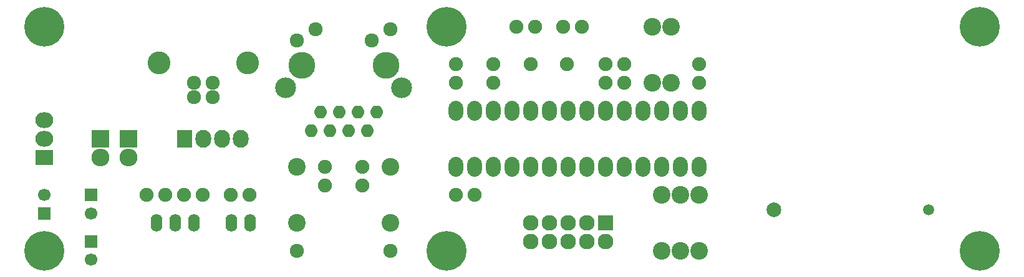
<source format=gbs>
G04 #@! TF.FileFunction,Soldermask,Bot*
%FSLAX46Y46*%
G04 Gerber Fmt 4.6, Leading zero omitted, Abs format (unit mm)*
G04 Created by KiCad (PCBNEW 4.0.1-stable) date 2016 February 17, Wednesday 21:26:15*
%MOMM*%
G01*
G04 APERTURE LIST*
%ADD10C,0.100000*%
%ADD11R,2.127200X2.127200*%
%ADD12O,2.127200X2.127200*%
%ADD13C,5.400000*%
%ADD14C,2.398980*%
%ADD15C,1.924000*%
%ADD16C,3.100020*%
%ADD17O,2.000000X2.700000*%
%ADD18C,1.499820*%
%ADD19C,1.997660*%
%ADD20R,2.127200X2.432000*%
%ADD21O,2.127200X2.432000*%
%ADD22C,1.901140*%
%ADD23O,1.600000X2.400000*%
%ADD24R,1.700000X1.700000*%
%ADD25C,1.700000*%
%ADD26R,2.432000X2.432000*%
%ADD27O,2.432000X2.432000*%
%ADD28R,2.432000X2.127200*%
%ADD29O,2.432000X2.127200*%
%ADD30C,3.651200*%
%ADD31O,1.771600X1.771600*%
%ADD32O,2.838400X2.838400*%
%ADD33O,1.924000X1.924000*%
G04 APERTURE END LIST*
D10*
D11*
X156210000Y-106680000D03*
D12*
X156210000Y-109220000D03*
X153670000Y-106680000D03*
X153670000Y-109220000D03*
X151130000Y-106680000D03*
X151130000Y-109220000D03*
X148590000Y-106680000D03*
X148590000Y-109220000D03*
X146050000Y-106680000D03*
X146050000Y-109220000D03*
D13*
X207010000Y-110490000D03*
X207010000Y-80010000D03*
X134620000Y-110490000D03*
X134620000Y-80010000D03*
X80010000Y-110490000D03*
D14*
X168910000Y-110490000D03*
X168910000Y-102870000D03*
X162560000Y-80010000D03*
X162560000Y-87630000D03*
X165100000Y-87630000D03*
X165100000Y-80010000D03*
X166370000Y-110490000D03*
X166370000Y-102870000D03*
X163830000Y-102870000D03*
X163830000Y-110490000D03*
X114300000Y-99060000D03*
X114300000Y-106680000D03*
X127000000Y-99060000D03*
X127000000Y-106680000D03*
D15*
X102870000Y-89628980D03*
X100330000Y-89628980D03*
X100330000Y-87630000D03*
X102870000Y-87630000D03*
D16*
X107599480Y-84929980D03*
X95600520Y-84929980D03*
D17*
X135890000Y-99060000D03*
X138430000Y-99060000D03*
X140970000Y-99060000D03*
X143510000Y-99060000D03*
X146050000Y-99060000D03*
X148590000Y-99060000D03*
X151130000Y-99060000D03*
X153670000Y-99060000D03*
X156210000Y-99060000D03*
X158750000Y-99060000D03*
X161290000Y-99060000D03*
X163830000Y-99060000D03*
X166370000Y-99060000D03*
X168910000Y-99060000D03*
X168910000Y-91440000D03*
X166370000Y-91440000D03*
X163830000Y-91440000D03*
X161290000Y-91440000D03*
X158750000Y-91440000D03*
X156210000Y-91440000D03*
X153670000Y-91440000D03*
X151130000Y-91440000D03*
X148590000Y-91440000D03*
X146050000Y-91440000D03*
X143510000Y-91440000D03*
X140970000Y-91440000D03*
X138430000Y-91440000D03*
X135890000Y-91440000D03*
D15*
X127000000Y-110490000D03*
X114300000Y-110490000D03*
D18*
X200068180Y-104957880D03*
D19*
X179070000Y-104957880D03*
D20*
X99060000Y-95250000D03*
D21*
X101600000Y-95250000D03*
X104140000Y-95250000D03*
X106680000Y-95250000D03*
D22*
X150931880Y-85090000D03*
X146050000Y-85090000D03*
D13*
X80010000Y-80010000D03*
D22*
X123190000Y-99060000D03*
X123190000Y-101600000D03*
X118110000Y-99060000D03*
X118110000Y-101600000D03*
X146685000Y-80010000D03*
X144145000Y-80010000D03*
X150495000Y-80010000D03*
X153035000Y-80010000D03*
X135890000Y-87630000D03*
X135890000Y-85090000D03*
X140970000Y-85090000D03*
X140970000Y-87630000D03*
X156210000Y-85090000D03*
X156210000Y-87630000D03*
X158750000Y-85090000D03*
X158750000Y-87630000D03*
X168910000Y-85090000D03*
X168910000Y-87630000D03*
X135890000Y-102870000D03*
X138430000Y-102870000D03*
D23*
X107950000Y-106680000D03*
X105410000Y-106680000D03*
X100330000Y-106680000D03*
X97790000Y-106680000D03*
X95250000Y-106680000D03*
D22*
X98936265Y-102898491D03*
X101476265Y-102898491D03*
D24*
X80010000Y-105410000D03*
D25*
X80010000Y-102910000D03*
D24*
X86360000Y-102910000D03*
D25*
X86360000Y-105410000D03*
D22*
X105286265Y-102898491D03*
X107826265Y-102898491D03*
X93856265Y-102898491D03*
X96396265Y-102898491D03*
D24*
X86360000Y-109220000D03*
D25*
X86360000Y-111720000D03*
D26*
X87630000Y-95250000D03*
D27*
X87630000Y-97790000D03*
D26*
X91440000Y-95250000D03*
D27*
X91440000Y-97790000D03*
D28*
X80010000Y-97790000D03*
D29*
X80010000Y-95250000D03*
X80010000Y-92710000D03*
D30*
X114960400Y-85293200D03*
X126390400Y-85293200D03*
D31*
X125120400Y-91643200D03*
X123850400Y-94183200D03*
X122580400Y-91643200D03*
X121310400Y-94183200D03*
X120040400Y-91643200D03*
X118770400Y-94183200D03*
X117500400Y-91643200D03*
X116230400Y-94183200D03*
D32*
X112801400Y-88341200D03*
X128549400Y-88341200D03*
D33*
X127000000Y-80391000D03*
X116865400Y-80391000D03*
X124460000Y-81915000D03*
X114325400Y-81915000D03*
M02*

</source>
